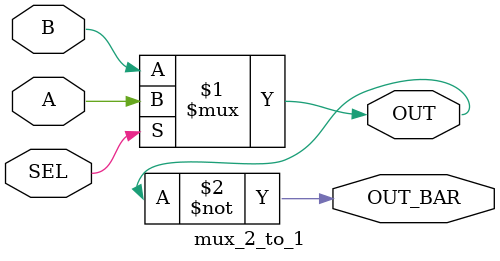
<source format=v>
module mux_2_to_1 (A,B,SEL,OUT,OUT_BAR);

    input A, B, SEL;
    output OUT, OUT_BAR;

    assign OUT = SEL ? A : B;
    assign OUT_BAR = ~OUT;

endmodule
</source>
